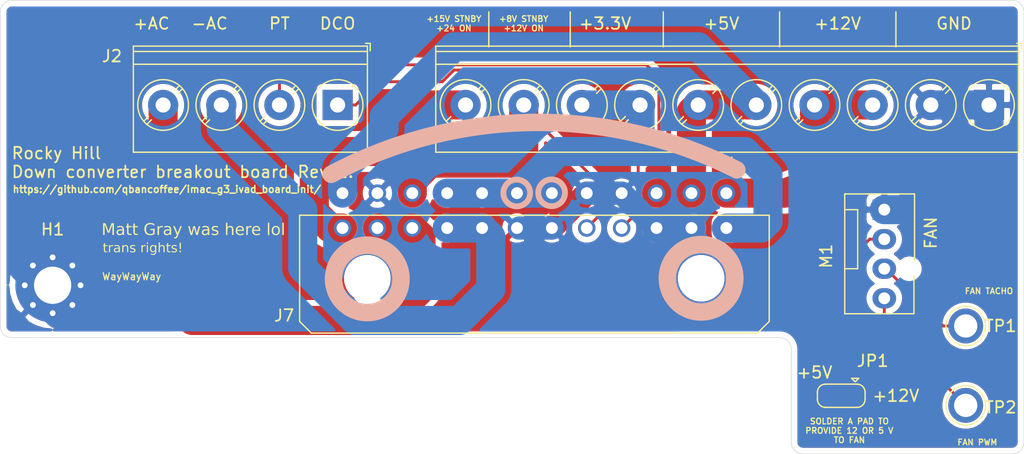
<source format=kicad_pcb>
(kicad_pcb (version 20240108) (generator "pcbnew") (generator_version "8.0")
  (title_block (title "Breakout board for the iMac G3 donw-converter board") (date "2020-03-22") (rev "1") (comment 4 "Rocky HIll"))
  (layers (0 "F.Cu" signal) (31 "B.Cu" signal) (34 "B.Paste" user) (35 "F.Paste" user) (36 "B.SilkS" user "B.Silkscreen") (37 "F.SilkS" user "F.Silkscreen") (38 "B.Mask" user) (39 "F.Mask" user) (44 "Edge.Cuts" user))
  (net 0 "")
  (net 1 "/GND")
  (net 2 "/+8V_STANDBY_+12V_ON")
  (net 3 "/+15V_STANDBY_+24V_ON")
  (net 4 "/+3.3V")
  (net 5 "/+5V")
  (net 6 "/+12V")
  (net 7 "/DCO")
  (net 8 "/PT")
  (net 9 "/-AC")
  (net 10 "/+AC")
  (net 11 "Net-(JP1-Pad2)")
  (net 12 "/TACHO")
  (net 13 "/PWM")
  (footprint "MountingHole:MountingHole_3.2mm_M3_Pad_Via" (layer "F.Cu") (at 92.962 85.19)
    (property "Reference" "H1" (at 0 -4.8 0) (layer "F.SilkS"))
    (property "Value" "MountingHole_Pad")
    (pad "1" thru_hole circle (at -2.4 0) (size 0.8 0.8) (drill 0.5) (layers "*.Cu" "*.Mask") (net 1 "/GND"))
    (pad "1" thru_hole circle (at -1.697056 -1.697056) (size 0.8 0.8) (drill 0.5) (layers "*.Cu" "*.Mask") (net 1 "/GND"))
    (pad "1" thru_hole circle (at -1.697056 1.697056) (size 0.8 0.8) (drill 0.5) (layers "*.Cu" "*.Mask") (net 1 "/GND"))
    (pad "1" thru_hole circle (at 0 -2.4) (size 0.8 0.8) (drill 0.5) (layers "*.Cu" "*.Mask") (net 1 "/GND"))
    (pad "1" thru_hole circle (at 0 0) (size 6.4 6.4) (drill 3.2) (layers "*.Cu" "*.Mask") (net 1 "/GND"))
    (pad "1" thru_hole circle (at 0 2.4) (size 0.8 0.8) (drill 0.5) (layers "*.Cu" "*.Mask") (net 1 "/GND"))
    (pad "1" thru_hole circle (at 1.697056 -1.697056) (size 0.8 0.8) (drill 0.5) (layers "*.Cu" "*.Mask") (net 1 "/GND"))
    (pad "1" thru_hole circle (at 1.697056 1.697056) (size 0.8 0.8) (drill 0.5) (layers "*.Cu" "*.Mask") (net 1 "/GND"))
    (pad "1" thru_hole circle (at 2.4 0) (size 0.8 0.8) (drill 0.5) (layers "*.Cu" "*.Mask") (net 1 "/GND"))
  )
  (footprint "Connector_Molex:Molex_Micro-Fit_3.0_43045-2400_2x12_P3.00mm_Horizontal" (layer "F.Cu") (at 150.882 80.27 180)
    (property "Reference" "J7" (at 38.02 -7.52 0) (layer "F.SilkS"))
    (property "Value" "Conn_02x12_Top_Bottom")
    (fp_line (start 36.685 1.1) (end -3.685 1.1) (stroke (width 0.12)) (layer "F.SilkS"))
    (fp_line (start 36.685 -8.03) (end 36.685 1.1) (stroke (width 0.12)) (layer "F.SilkS"))
    (fp_line (start 35.685 -9.03) (end 36.685 -8.03) (stroke (width 0.12)) (layer "F.SilkS"))
    (fp_line (start -2.685 -9.03) (end 35.685 -9.03) (stroke (width 0.12)) (layer "F.SilkS"))
    (fp_line (start -3.685 1.1) (end -3.685 -8.03) (stroke (width 0.12)) (layer "F.SilkS"))
    (fp_line (start -3.685 -8.03) (end -2.685 -9.03) (stroke (width 0.12)) (layer "F.SilkS"))
    (pad "" np_thru_hole circle (at 2.16 -4.32 180) (size 3 3) (drill 3) (layers "*.Cu" "*.Mask"))
    (pad "" np_thru_hole circle (at 30.86 -4.32 180) (size 3 3) (drill 3) (layers "*.Cu" "*.Mask"))
    (pad "1" thru_hole roundrect (at 0 0 180) (size 1.5 1.5) (drill 1.02) (layers "*.Cu" "*.Mask") (roundrect_rratio 0.166667) (net 4 "/+3.3V"))
    (pad "2" thru_hole circle (at 3 0 180) (size 1.5 1.5) (drill 1.02) (layers "*.Cu" "*.Mask") (net 1 "/GND"))
    (pad "3" thru_hole circle (at 6 0 180) (size 1.5 1.5) (drill 1.02) (layers "*.Cu" "*.Mask") (net 1 "/GND"))
    (pad "4" thru_hole circle (at 9 0 180) (size 1.5 1.5) (drill 1.02) (layers "*.Cu" "*.Mask") (net 8 "/PT"))
    (pad "5" thru_hole circle (at 12 0 180) (size 1.5 1.5) (drill 1.02) (layers "*.Cu" "*.Mask") (net 7 "/DCO"))
    (pad "6" thru_hole circle (at 15 0 180) (size 1.5 1.5) (drill 1.02) (layers "*.Cu" "*.Mask") (net 1 "/GND"))
    (pad "7" thru_hole circle (at 18 0 180) (size 1.5 1.5) (drill 1.02) (layers "*.Cu" "*.Mask") (net 1 "/GND"))
    (pad "8" thru_hole circle (at 21 0 180) (size 1.5 1.5) (drill 1.02) (layers "*.Cu" "*.Mask") (net 9 "/-AC"))
    (pad "9" thru_hole circle (at 24 0 180) (size 1.5 1.5) (drill 1.02) (layers "*.Cu" "*.Mask") (net 9 "/-AC"))
    (pad "10" thru_hole circle (at 27 0 180) (size 1.5 1.5) (drill 1.02) (layers "*.Cu" "*.Mask") (net 10 "/+AC"))
    (pad "11" thru_hole circle (at 30 0 180) (size 1.5 1.5) (drill 1.02) (layers "*.Cu" "*.Mask") (net 10 "/+AC"))
    (pad "12" thru_hole circle (at 33 0 180) (size 1.5 1.5) (drill 1.02) (layers "*.Cu" "*.Mask") (net 3 "/+15V_STANDBY_+24V_ON"))
    (pad "13" thru_hole circle (at 0 3 180) (size 1.5 1.5) (drill 1.02) (layers "*.Cu" "*.Mask") (net 6 "/+12V"))
    (pad "14" thru_hole circle (at 3 3 180) (size 1.5 1.5) (drill 1.02) (layers "*.Cu" "*.Mask") (net 5 "/+5V"))
    (pad "15" thru_hole circle (at 6 3 180) (size 1.5 1.5) (drill 1.02) (layers "*.Cu" "*.Mask") (net 5 "/+5V"))
    (pad "16" thru_hole circle (at 9 3 180) (size 1.5 1.5) (drill 1.02) (layers "*.Cu" "*.Mask") (net 1 "/GND"))
    (pad "17" thru_hole circle (at 12 3 180) (size 1.5 1.5) (drill 1.02) (layers "*.Cu" "*.Mask") (net 1 "/GND"))
    (pad "18" thru_hole circle (at 15 3 180) (size 1.5 1.5) (drill 1.02) (layers "*.Cu" "*.Mask") (net 4 "/+3.3V"))
    (pad "19" thru_hole circle (at 18 3 180) (size 1.5 1.5) (drill 1.02) (layers "*.Cu" "*.Mask") (net 4 "/+3.3V"))
    (pad "20" thru_hole circle (at 21 3 180) (size 1.5 1.5) (drill 1.02) (layers "*.Cu" "*.Mask") (net 4 "/+3.3V"))
    (pad "21" thru_hole circle (at 24 3 180) (size 1.5 1.5) (drill 1.02) (layers "*.Cu" "*.Mask") (net 4 "/+3.3V"))
    (pad "22" thru_hole circle (at 27 3 180) (size 1.5 1.5) (drill 1.02) (layers "*.Cu" "*.Mask") (net 2 "/+8V_STANDBY_+12V_ON"))
    (pad "23" thru_hole circle (at 30 3 180) (size 1.5 1.5) (drill 1.02) (layers "*.Cu" "*.Mask") (net 1 "/GND"))
    (pad "24" thru_hole circle (at 33 3 180) (size 1.5 1.5) (drill 1.02) (layers "*.Cu" "*.Mask") (net 5 "/+5V"))
  )
  (footprint "TerminalBlock_Phoenix:TerminalBlock_Phoenix_PT-1,5-4-5.0-H_1x04_P5.00mm_Horizontal" (layer "F.Cu") (at 117.462 69.69 180)
    (property "Reference" "J2" (at 19.4 4.2 0) (layer "F.SilkS"))
    (property "Value" "Screw_Terminal_01x04")
    (fp_line (start 17.561 -4.06) (end 17.561 5.06) (stroke (width 0.12)) (layer "F.SilkS"))
    (fp_line (start 16.654 -1.388) (end 16.259 -0.992) (stroke (width 0.12)) (layer "F.SilkS"))
    (fp_line (start 16.388 -1.654) (end 16.008 -1.274) (stroke (width 0.12)) (layer "F.SilkS"))
    (fp_line (start 13.993 1.274) (end 13.613 1.654) (stroke (width 0.12)) (layer "F.SilkS"))
    (fp_line (start 13.742 0.992) (end 13.347 1.388) (stroke (width 0.12)) (layer "F.SilkS"))
    (fp_line (start 11.654 -1.388) (end 11.259 -0.992) (stroke (width 0.12)) (layer "F.SilkS"))
    (fp_line (start 11.388 -1.654) (end 11.008 -1.274) (stroke (width 0.12)) (layer "F.SilkS"))
    (fp_line (start 8.993 1.274) (end 8.613 1.654) (stroke (width 0.12)) (layer "F.SilkS"))
    (fp_line (start 8.742 0.992) (end 8.347 1.388) (stroke (width 0.12)) (layer "F.SilkS"))
    (fp_line (start 6.654 -1.388) (end 6.259 -0.992) (stroke (width 0.12)) (layer "F.SilkS"))
    (fp_line (start 6.388 -1.654) (end 6.008 -1.274) (stroke (width 0.12)) (layer "F.SilkS"))
    (fp_line (start 3.993 1.274) (end 3.613 1.654) (stroke (width 0.12)) (layer "F.SilkS"))
    (fp_line (start 3.742 0.992) (end 3.347 1.388) (stroke (width 0.12)) (layer "F.SilkS"))
    (fp_line (start 1.654 -1.388) (end 1.547 -1.281) (stroke (width 0.12)) (layer "F.SilkS"))
    (fp_line (start 1.388 -1.654) (end 1.281 -1.547) (stroke (width 0.12)) (layer "F.SilkS"))
    (fp_line (start -1.282 1.547) (end -1.388 1.654) (stroke (width 0.12)) (layer "F.SilkS"))
    (fp_line (start -1.548 1.281) (end -1.654 1.388) (stroke (width 0.12)) (layer "F.SilkS"))
    (fp_line (start -2.56 5.06) (end 17.561 5.06) (stroke (width 0.12)) (layer "F.SilkS"))
    (fp_line (start -2.56 4.6) (end 17.561 4.6) (stroke (width 0.12)) (layer "F.SilkS"))
    (fp_line (start -2.56 3.5) (end 17.561 3.5) (stroke (width 0.12)) (layer "F.SilkS"))
    (fp_line (start -2.56 -4.06) (end 17.561 -4.06) (stroke (width 0.12)) (layer "F.SilkS"))
    (fp_line (start -2.56 -4.06) (end -2.56 5.06) (stroke (width 0.12)) (layer "F.SilkS"))
    (fp_line (start -2.8 5.3) (end -2.4 5.3) (stroke (width 0.12)) (layer "F.SilkS"))
    (fp_line (start -2.8 4.66) (end -2.8 5.3) (stroke (width 0.12)) (layer "F.SilkS"))
    (fp_circle (center 15 0) (end 17.18 0) (stroke (width 0.12)) (fill none) (layer "F.SilkS"))
    (fp_circle (center 10 0) (end 12.18 0) (stroke (width 0.12)) (fill none) (layer "F.SilkS"))
    (fp_circle (center 5 0) (end 7.18 0) (stroke (width 0.12)) (fill none) (layer "F.SilkS"))
    (fp_circle (center 0 0) (end 2.18 0) (stroke (width 0.12)) (fill none) (layer "F.SilkS"))
    (pad "1" thru_hole rect (at 0 0 180) (size 2.6 2.6) (drill 1.3) (layers "*.Cu" "*.Mask") (net 7 "/DCO"))
    (pad "2" thru_hole circle (at 5 0 180) (size 2.6 2.6) (drill 1.3) (layers "*.Cu" "*.Mask") (net 8 "/PT"))
    (pad "3" thru_hole circle (at 10 0 180) (size 2.6 2.6) (drill 1.3) (layers "*.Cu" "*.Mask") (net 9 "/-AC"))
    (pad "4" thru_hole circle (at 15 0 180) (size 2.6 2.6) (drill 1.3) (layers "*.Cu" "*.Mask") (net 10 "/+AC"))
  )
  (footprint "TerminalBlock_Phoenix:TerminalBlock_Phoenix_PT-1,5-10-5.0-H_1x10_P5.00mm_Horizontal" (layer "F.Cu") (at 173.462 69.69 180)
    (property "Reference" "J1" (at 22.5 -5.06 0) (layer "F.SilkS"))
    (property "Value" "Screw_Terminal_01x10")
    (fp_line (start 47.56 -4.06) (end 47.56 5.06) (stroke (width 0.12)) (layer "F.SilkS"))
    (fp_line (start 46.654 -1.388) (end 46.259 -0.992) (stroke (width 0.12)) (layer "F.SilkS"))
    (fp_line (start 46.388 -1.654) (end 46.008 -1.274) (stroke (width 0.12)) (layer "F.SilkS"))
    (fp_line (start 43.993 1.274) (end 43.613 1.654) (stroke (width 0.12)) (layer "F.SilkS"))
    (fp_line (start 43.742 0.992) (end 43.347 1.388) (stroke (width 0.12)) (layer "F.SilkS"))
    (fp_line (start 41.654 -1.388) (end 41.259 -0.992) (stroke (width 0.12)) (layer "F.SilkS"))
    (fp_line (start 41.388 -1.654) (end 41.008 -1.274) (stroke (width 0.12)) (layer "F.SilkS"))
    (fp_line (start 38.993 1.274) (end 38.613 1.654) (stroke (width 0.12)) (layer "F.SilkS"))
    (fp_line (start 38.742 0.992) (end 38.347 1.388) (stroke (width 0.12)) (layer "F.SilkS"))
    (fp_line (start 36.654 -1.388) (end 36.259 -0.992) (stroke (width 0.12)) (layer "F.SilkS"))
    (fp_line (start 36.388 -1.654) (end 36.008 -1.274) (stroke (width 0.12)) (layer "F.SilkS"))
    (fp_line (start 33.993 1.274) (end 33.613 1.654) (stroke (width 0.12)) (layer "F.SilkS"))
    (fp_line (start 33.742 0.992) (end 33.347 1.388) (stroke (width 0.12)) (layer "F.SilkS"))
    (fp_line (start 31.654 -1.388) (end 31.259 -0.992) (stroke (width 0.12)) (layer "F.SilkS"))
    (fp_line (start 31.388 -1.654) (end 31.008 -1.274) (stroke (width 0.12)) (layer "F.SilkS"))
    (fp_line (start 28.993 1.274) (end 28.613 1.654) (stroke (width 0.12)) (layer "F.SilkS"))
    (fp_line (start 28.742 0.992) (end 28.347 1.388) (stroke (width 0.12)) (layer "F.SilkS"))
    (fp_line (start 26.654 -1.388) (end 26.259 -0.992) (stroke (width 0.12)) (layer "F.SilkS"))
    (fp_line (start 26.388 -1.654) (end 26.008 -1.274) (stroke (width 0.12)) (layer "F.SilkS"))
    (fp_line (start 23.993 1.274) (end 23.613 1.654) (stroke (width 0.12)) (layer "F.SilkS"))
    (fp_line (start 23.742 0.992) (end 23.347 1.388) (stroke (width 0.12)) (layer "F.SilkS"))
    (fp_line (start 21.654 -1.388) (end 21.259 -0.992) (stroke (width 0.12)) (layer "F.SilkS"))
    (fp_line (start 21.388 -1.654) (end 21.008 -1.274) (stroke (width 0.12)) (layer "F.SilkS"))
    (fp_line (start 18.993 1.274) (end 18.613 1.654) (stroke (width 0.12)) (layer "F.SilkS"))
    (fp_line (start 18.742 0.992) (end 18.347 1.388) (stroke (width 0.12)) (layer "F.SilkS"))
    (fp_line (start 16.654 -1.388) (end 16.259 -0.992) (stroke (width 0.12)) (layer "F.SilkS"))
    (fp_line (start 16.388 -1.654) (end 16.008 -1.274) (stroke (width 0.12)) (layer "F.SilkS"))
    (fp_line (start 13.993 1.274) (end 13.613 1.654) (stroke (width 0.12)) (layer "F.SilkS"))
    (fp_line (start 13.742 0.992) (end 13.347 1.388) (stroke (width 0.12)) (layer "F.SilkS"))
    (fp_line (start 11.654 -1.388) (end 11.259 -0.992) (stroke (width 0.12)) (layer "F.SilkS"))
    (fp_line (start 11.388 -1.654) (end 11.008 -1.274) (stroke (width 0.12)) (layer "F.SilkS"))
    (fp_line (start 8.993 1.274) (end 8.613 1.654) (stroke (width 0.12)) (layer "F.SilkS"))
    (fp_line (start 8.742 0.992) (end 8.347 1.388) (stroke (width 0.12)) (layer "F.SilkS"))
    (fp_line (start 6.654 -1.388) (end 6.259 -0.992) (stroke (width 0.12)) (layer "F.SilkS"))
    (fp_line (start 6.388 -1.654) (end 6.008 -1.274) (stroke (width 0.12)) (layer "F.SilkS"))
    (fp_line (start 3.993 1.274) (end 3.613 1.654) (stroke (width 0.12)) (layer "F.SilkS"))
    (fp_line (start 3.742 0.992) (end 3.347 1.388) (stroke (width 0.12)) (layer "F.SilkS"))
    (fp_line (start 1.654 -1.388) (end 1.547 -1.281) (stroke (width 0.12)) (layer "F.SilkS"))
    (fp_line (start 1.388 -1.654) (end 1.281 -1.547) (stroke (width 0.12)) (layer "F.SilkS"))
    (fp_line (start -1.282 1.547) (end -1.388 1.654) (stroke (width 0.12)) (layer "F.SilkS"))
    (fp_line (start -1.548 1.281) (end -1.654 1.388) (stroke (width 0.12)) (layer "F.SilkS"))
    (fp_line (start -2.56 5.06) (end 47.56 5.06) (stroke (width 0.12)) (layer "F.SilkS"))
    (fp_line (start -2.56 4.6) (end 47.56 4.6) (stroke (width 0.12)) (layer "F.SilkS"))
    (fp_line (start -2.56 3.5) (end 47.56 3.5) (stroke (width 0.12)) (layer "F.SilkS"))
    (fp_line (start -2.56 -4.06) (end 47.56 -4.06) (stroke (width 0.12)) (layer "F.SilkS"))
    (fp_line (start -2.56 -4.06) (end -2.56 5.06) (stroke (width 0.12)) (layer "F.SilkS"))
    (fp_line (start -2.8 5.3) (end -2.4 5.3) (stroke (width 0.12)) (layer "F.SilkS"))
    (fp_line (start -2.8 4.66) (end -2.8 5.3) (stroke (width 0.12)) (layer "F.SilkS"))
    (fp_circle (center 45 0) (end 47.18 0) (stroke (width 0.12)) (fill none) (layer "F.SilkS"))
    (fp_circle (center 40 0) (end 42.18 0) (stroke (width 0.12)) (fill none) (layer "F.SilkS"))
    (fp_circle (center 35 0) (end 37.18 0) (stroke (width 0.12)) (fill none) (layer "F.SilkS"))
    (fp_circle (center 30 0) (end 32.18 0) (stroke (width 0.12)) (fill none) (layer "F.SilkS"))
    (fp_circle (center 25 0) (end 27.18 0) (stroke (width 0.12)) (fill none) (layer "F.SilkS"))
    (fp_circle (center 20 0) (end 22.18 0) (stroke (width 0.12)) (fill none) (layer "F.SilkS"))
    (fp_circle (center 15 0) (end 17.18 0) (stroke (width 0.12)) (fill none) (layer "F.SilkS"))
    (fp_circle (center 10 0) (end 12.18 0) (stroke (width 0.12)) (fill none) (layer "F.SilkS"))
    (fp_circle (center 5 0) (end 7.18 0) (stroke (width 0.12)) (fill none) (layer "F.SilkS"))
    (fp_circle (center 0 0) (end 2.18 0) (stroke (width 0.12)) (fill none) (layer "F.SilkS"))
    (pad "1" thru_hole rect (at 0 0 180) (size 2.6 2.6) (drill 1.3) (layers "*.Cu" "*.Mask") (net 1 "/GND"))
    (pad "2" thru_hole circle (at 5 0 180) (size 2.6 2.6) (drill 1.3) (layers "*.Cu" "*.Mask") (net 1 "/GND"))
    (pad "3" thru_hole circle (at 10 0 180) (size 2.6 2.6) (drill 1.3) (layers "*.Cu" "*.Mask") (net 6 "/+12V"))
    (pad "4" thru_hole circle (at 15 0 180) (size 2.6 2.6) (drill 1.3) (layers "*.Cu" "*.Mask") (net 6 "/+12V"))
    (pad "5" thru_hole circle (at 20 0 180) (size 2.6 2.6) (drill 1.3) (layers "*.Cu" "*.Mask") (net 5 "/+5V"))
    (pad "6" thru_hole circle (at 25 0 180) (size 2.6 2.6) (drill 1.3) (layers "*.Cu" "*.Mask") (net 5 "/+5V"))
    (pad "7" thru_hole circle (at 30 0 180) (size 2.6 2.6) (drill 1.3) (layers "*.Cu" "*.Mask") (net 4 "/+3.3V"))
    (pad "8" thru_hole circle (at 35 0 180) (size 2.6 2.6) (drill 1.3) (layers "*.Cu" "*.Mask") (net 4 "/+3.3V"))
    (pad "9" thru_hole circle (at 40 0 180) (size 2.6 2.6) (drill 1.3) (layers "*.Cu" "*.Mask") (net 2 "/+8V_STANDBY_+12V_ON"))
    (pad "10" thru_hole circle (at 45 0 180) (size 2.6 2.6) (drill 1.3) (layers "*.Cu" "*.Mask") (net 3 "/+15V_STANDBY_+24V_ON"))
  )
  (footprint "Jumper:SolderJumper-3_P1.3mm_Open_RoundedPad1.0x1.5mm" (layer "F.Cu") (at 160.762 94.69 180)
    (property "Reference" "JP1" (at -2.7 3 0) (layer "F.SilkS"))
    (property "Value" "SolderJumper_3_Open")
    (fp_line (start 2.05 -0.3) (end 2.05 0.3) (stroke (width 0.12)) (layer "F.SilkS"))
    (fp_line (start 1.4 1) (end -1.4 1) (stroke (width 0.12)) (layer "F.SilkS"))
    (fp_line (start -1.2 1.2) (end -0.9 1.5) (stroke (width 0.12)) (layer "F.SilkS"))
    (fp_line (start -1.2 1.2) (end -1.5 1.5) (stroke (width 0.12)) (layer "F.SilkS"))
    (fp_line (start -1.4 -1) (end 1.4 -1) (stroke (width 0.12)) (layer "F.SilkS"))
    (fp_line (start -1.5 1.5) (end -0.9 1.5) (stroke (width 0.12)) (layer "F.SilkS"))
    (fp_line (start -2.05 0.3) (end -2.05 -0.3) (stroke (width 0.12)) (layer "F.SilkS"))
    (fp_arc (start 2.05 0.3) (mid 1.844975 0.794975) (end 1.35 1) (stroke (width 0.12)) (layer "F.SilkS"))
    (fp_arc (start 1.35 -1) (mid 1.844975 -0.794975) (end 2.05 -0.3) (stroke (width 0.12)) (layer "F.SilkS"))
    (fp_arc (start -1.35 1) (mid -1.844975 0.794975) (end -2.05 0.3) (stroke (width 0.12)) (layer "F.SilkS"))
    (fp_arc (start -2.05 -0.3) (mid -1.844975 -0.794975) (end -1.35 -1) (stroke (width 0.12)) (layer "F.SilkS"))
    (pad "1" smd custom (at -1.3 0 180) (size 1 0.5) (layers "F.Cu" "F.Mask") (net 6 "/+12V") (options (clearance outline) (anchor rect)) (primitives (gr_circle (center 0 0.25) (end 0.5 0.25) (width 0) (fill yes)) (gr_circle (center 0 -0.25) (end 0.5 -0.25) (width 0) (fill yes)) (gr_poly (pts (xy 0.55 -0.75) (xy 0 -0.75) (xy 0 0.75) (xy 0.55 0.75)) (width 0) (fill yes))))
    (pad "2" smd rect (at 0 0 180) (size 1 1.5) (layers "F.Cu" "F.Mask") (net 11 "Net-(JP1-Pad2)"))
    (pad "3" smd custom (at 1.3 0 180) (size 1 0.5) (layers "F.Cu" "F.Mask") (net 5 "/+5V") (options (clearance outline) (anchor rect)) (primitives (gr_circle (center 0 0.25) (end 0.5 0.25) (width 0) (fill yes)) (gr_circle (center 0 -0.25) (end 0.5 -0.25) (width 0) (fill yes)) (gr_poly (pts (xy -0.55 -0.75) (xy 0 -0.75) (xy 0 0.75) (xy -0.55 0.75)) (width 0) (fill yes))))
  )
  (footprint "Connector:FanPinHeader_1x04_P2.54mm_Vertical" (layer "F.Cu") (at 164.462 78.69 -90)
    (property "Reference" "M1" (at 4 5 90) (layer "F.SilkS"))
    (property "Value" "Fan_Tacho_PWM")
    (fp_line (start -1.35 3.4) (end -1.35 -2.6) (stroke (width 0.12)) (layer "F.SilkS"))
    (fp_line (start 8.95 3.4) (end -1.35 3.4) (stroke (width 0.12)) (layer "F.SilkS"))
    (fp_line (start 0 3.3) (end 0 2.29) (stroke (width 0.12)) (layer "F.SilkS"))
    (fp_line (start 0 2.29) (end 5.08 2.29) (stroke (width 0.12)) (layer "F.SilkS"))
    (fp_line (start 5.08 2.29) (end 5.08 3.3) (stroke (width 0.12)) (layer "F.SilkS"))
    (fp_line (start 5.75 -2.55) (end 8.95 -2.55) (stroke (width 0.12)) (layer "F.SilkS"))
    (fp_line (start 8.95 -2.55) (end 8.95 3.4) (stroke (width 0.12)) (layer "F.SilkS"))
    (fp_line (start -1.35 -2.6) (end 4.4 -2.6) (stroke (width 0.12)) (layer "F.SilkS"))
    (pad "" np_thru_hole circle (at 5.08 -2.16) (size 1.1 1.1) (drill 1.1) (layers "*.Cu" "*.Mask"))
    (pad "1" thru_hole rect (at 0 0) (size 2.03 1.73) (drill 1.02) (layers "*.Cu" "*.Mask") (net 1 "/GND"))
    (pad "2" thru_hole oval (at 2.54 0) (size 2.03 1.73) (drill 1.02) (layers "*.Cu" "*.Mask") (net 11 "Net-(JP1-Pad2)"))
    (pad "3" thru_hole oval (at 5.08 0) (size 2.03 1.73) (drill 1.02) (layers "*.Cu" "*.Mask") (net 12 "/TACHO"))
    (pad "4" thru_hole oval (at 7.62 0) (size 2.03 1.73) (drill 1.02) (layers "*.Cu" "*.Mask") (net 13 "/PWM"))
  )
  (footprint "TestPoint:TestPoint_Plated_Hole_D2.0mm" (layer "F.Cu") (at 171.462 88.69)
    (property "Reference" "TP1" (at 3 0 0) (layer "F.SilkS"))
    (property "Value" "TestPoint")
    (fp_circle (center 0 0) (end 0 -1.7) (stroke (width 0.12)) (fill none) (layer "F.SilkS"))
    (pad "1" thru_hole circle (at 0 0) (size 3 3) (drill 2) (layers "*.Cu" "*.Mask") (net 12 "/TACHO"))
  )
  (footprint "TestPoint:TestPoint_Plated_Hole_D2.0mm" (layer "F.Cu") (at 171.462 95.515001)
    (property "Reference" "TP2" (at 3 0.174999 0) (layer "F.SilkS"))
    (property "Value" "TestPoint")
    (fp_circle (center 0 0) (end 0 -1.7) (stroke (width 0.12)) (fill none) (layer "F.SilkS"))
    (pad "1" thru_hole circle (at 0 0) (size 3 3) (drill 2) (layers "*.Cu" "*.Mask") (net 13 "/PWM"))
  )
  (gr_circle (center 148.712 84.59) (end 151.612 84.59) (stroke (width 1.5)) (fill none) (layer "B.SilkS"))
  (gr_circle (center 135.862 77.24) (end 137.012 77.24) (stroke (width 0.5)) (fill none) (layer "B.SilkS"))
  (gr_circle (center 120.012 84.64) (end 122.912 84.64) (stroke (width 1.5)) (fill none) (layer "B.SilkS"))
  (gr_circle (center 132.862 77.255923) (end 134.012 77.255923) (stroke (width 0.5)) (fill none) (layer "B.SilkS"))
  (gr_arc (start 116.910917 75.649665) (mid 134.299578 71.191425) (end 151.781493 75.268686) (stroke (width 1.5)) (layer "B.SilkS"))
  (gr_line (start 130.462 61.69) (end 130.462 64.69) (stroke (width 0.12)) (layer "F.SilkS"))
  (gr_line (start 145.462 61.69) (end 145.462 64.69) (stroke (width 0.12)) (layer "F.SilkS"))
  (gr_line (start 165.462 61.69) (end 165.462 64.69) (stroke (width 0.12)) (layer "F.SilkS"))
  (gr_line (start 155.462 61.69) (end 155.462 64.69) (stroke (width 0.12)) (layer "F.SilkS"))
  (gr_line (start 137.462 61.69) (end 137.462 64.69) (stroke (width 0.12)) (layer "F.SilkS"))
  (gr_line (start 91.462 60.69) (end 175.462 60.69) (stroke (width 0.05)) (layer "Edge.Cuts"))
  (gr_line (start 176.462 61.69) (end 176.462 98.69) (stroke (width 0.05)) (layer "Edge.Cuts"))
  (gr_line (start 175.462 99.69) (end 157.462 99.69) (stroke (width 0.05)) (layer "Edge.Cuts"))
  (gr_line (start 156.462 98.69) (end 156.462 90.69) (stroke (width 0.05)) (layer "Edge.Cuts"))
  (gr_line (start 155.462 89.69) (end 91.462 89.69) (stroke (width 0.05)) (layer "Edge.Cuts"))
  (gr_line (start 91.462 60.69) (end 89.462 60.69) (stroke (width 0.05)) (layer "Edge.Cuts"))
  (gr_line (start 88.462 61.69) (end 88.462 88.69) (stroke (width 0.05)) (layer "Edge.Cuts"))
  (gr_line (start 91.462 89.69) (end 89.462 89.69) (stroke (width 0.05)) (layer "Edge.Cuts"))
  (gr_arc (start 155.462 89.69) (mid 156.169107 89.982893) (end 156.462 90.69) (stroke (width 0.05)) (layer "Edge.Cuts"))
  (gr_arc (start 157.462 99.69) (mid 156.754893 99.397107) (end 156.462 98.69) (stroke (width 0.05)) (layer "Edge.Cuts"))
  (gr_arc (start 88.462 61.69) (mid 88.754893 60.982893) (end 89.462 60.69) (stroke (width 0.05)) (layer "Edge.Cuts"))
  (gr_arc (start 176.462 98.69) (mid 176.169107 99.397107) (end 175.462 99.69) (stroke (width 0.05)) (layer "Edge.Cuts"))
  (gr_arc (start 175.462 60.69) (mid 176.169107 60.982893) (end 176.462 61.69) (stroke (width 0.05)) (layer "Edge.Cuts"))
  (gr_arc (start 89.462 89.69) (mid 88.754893 89.397107) (end 88.462 88.69) (stroke (width 0.05)) (layer "Edge.Cuts"))
  (gr_text "FAN" (at 168.462 80.69 90) (layer "F.SilkS") (effects (font (size 1 1))))
  (gr_text "-AC" (at 106.462 62.69 0) (layer "F.SilkS") (effects (font (size 1 1))))
  (gr_text "+12V" (at 165.462 94.69 0) (layer "F.SilkS") (effects (font (size 1 1))))
  (gr_text "PT" (at 112.462 62.69 0) (layer "F.SilkS") (effects (font (size 1 1))))
  (gr_text "+12V" (at 160.462 62.69 0) (layer "F.SilkS") (effects (font (size 1 1))))
  (gr_text "+5V" (at 158.462 92.69 0) (layer "F.SilkS") (effects (font (size 1 1))))
  (gr_text "+15V STNBY\n+24 ON" (at 127.462 62.69 0) (layer "F.SilkS") (effects (font (size 0.5 0.5) (thickness 0.1))))
  (gr_text "+5V" (at 150.462 62.69 0) (layer "F.SilkS") (effects (font (size 1 1))))
  (gr_text "GND" (at 170.462 62.69 0) (layer "F.SilkS") (effects (font (size 1 1))))
  (gr_text "trans rights!" (at 97.262 82.49 0) (layer "F.SilkS") (effects (font (size 0.8 0.8)) (justify left bottom)))
  (gr_text "+3.3V" (at 140.462 62.69 0) (layer "F.SilkS") (effects (font (size 1 1))))
  (gr_text "DCO" (at 117.462 62.69 0) (layer "F.SilkS") (effects (font (size 1 1))))
  (gr_text "+AC" (at 101.462 62.69 0) (layer "F.SilkS") (effects (font (size 1 1))))
  (gr_text "FAN TACHO" (at 173.462 85.69 0) (layer "F.SilkS") (effects (font (size 0.5 0.5) (thickness 0.1))))
  (gr_text "+8V STNBY\n+12V ON" (at 133.462 62.69 0) (layer "F.SilkS") (effects (font (size 0.5 0.5) (thickness 0.1))))
  (gr_text "Rocky Hill\nDown converter breakout board Rev 1." (at 89.352 74.64 0) (layer "F.SilkS") (effects (font (size 1 1)) (justify left)))
  (gr_text "https://github.com/qbancoffee/imac_g3_ivad_board_init/" (at 89.462 77.29 0) (layer "F.SilkS") (effects (font (size 0.6 0.6) (thickness 0.125) (bold yes)) (justify left bottom)))
  (gr_text "Matt Gray was here lol" (at 97.162 81.04 0) (layer "F.SilkS") (effects (font (size 1 1)) (justify left bottom)))
  (gr_text "SOLDER A PAD TO\nPROVIDE 12 OR 5 V\nTO FAN" (at 161.462 97.69 0) (layer "F.SilkS") (effects (font (size 0.5 0.5) (thickness 0.1))))
  (gr_text "WayWayWay" (at 97.162 84.79 0) (layer "F.SilkS") (effects (font (size 0.6 0.6) (thickness 0.1) (bold yes)) (justify left bottom)))
  (gr_text "FAN PWM" (at 172.462 98.69 0) (layer "F.SilkS") (effects (font (size 0.5 0.5) (thickness 0.1))))
  (segment (start 92.962 85.19) (end 95.462 83.69) (width 2.5) (layer "F.Cu") (net 1))
  (segment (start 92.962 84.19) (end 94.462 82.69) (width 2.5) (layer "F.Cu") (net 1))
  (segment (start 138.882 77.27) (end 135.882 80.27) (width 2) (layer "F.Cu") (net 1))
  (segment (start 92.962 85.19) (end 92.962 80.19) (width 2.5) (layer "F.Cu") (net 1))
  (segment (start 92.962 84.19) (end 91.462 82.69) (width 2.5) (layer "F.Cu") (net 1))
  (segment (start 94.962 85.19) (end 96.462 86.69) (width 2.5) (layer "F.Cu") (net 1))
  (segment (start 92.962 85.19) (end 94.962 85.19) (width 2.5) (layer "F.Cu") (net 1))
  (segment (start 95.462 83.69) (end 95.962 85.19) (width 2.5) (layer "F.Cu") (net 1))
  (segment (start 92.962 85.19) (end 93.962 85.19) (width 2.5) (layer "F.Cu") (net 1))
  (segment (start 93.962 85.19) (end 95.462 83.69) (width 2.5) (layer "F.Cu") (net 1))
  (segment (start 91.462 82.69) (end 91.264944 82.887056) (width 2.5) (layer "F.Cu") (net 1))
  (segment (start 91.264944 82.887056) (end 90.462 83.69) (width 2.5) (layer "F.Cu") (net 1))
  (segment (start 92.962 85.19) (end 92.962 84.19) (width 2.5) (layer "F.Cu") (net 1))
  (segment (start 96.462 86.69) (end 95.462 87.69) (width 2.5) (layer "F.Cu") (net 1))
  (segment (start 164.462 78.69) (end 171.98699 78.69) (width 2.5) (layer "B.Cu") (net 1))
  (segment (start 168.462 69.69) (end 173.462 69.69) (width 2.5) (layer "B.Cu") (net 1))
  (segment (start 171.98699 78.69) (end 173.462 77.21499) (width 2.5) (layer "B.Cu") (net 1))
  (segment (start 92.962 85.19) (end 92.962 82.19) (width 2.5) (layer "B.Cu") (net 1))
  (segment (start 92.962 85.19) (end 94.962 85.19) (width 2.5) (layer "B.Cu") (net 1))
  (segment (start 94.962 85.19) (end 96.462 86.69) (width 2.5) (layer "B.Cu") (net 1))
  (segment (start 96.264944 86.887056) (end 94.659056 86.887056) (width 2.5) (layer "B.Cu") (net 1))
  (segment (start 94.462 82.69) (end 94.462 83.69) (width 2.5) (layer "B.Cu") (net 1))
  (segment (start 173.462 77.21499) (end 173.462 69.69) (width 2.5) (layer "B.Cu") (net 1))
  (segment (start 92.962 85.19) (end 91.962 85.19) (width 2.5) (layer "B.Cu") (net 1))
  (segment (start 91.462 82.69) (end 91.462 83.69) (width 2.5) (layer "B.Cu") (net 1))
  (segment (start 94.659056 86.887056) (end 92.962 85.19) (width 2.5) (layer "B.Cu") (net 1))
  (segment (start 92.962 86.19) (end 94.462 87.69) (width 2.5) (layer "B.Cu") (net 1))
  (segment (start 94.462 87.69) (end 99.462 87.69) (width 2.5) (layer "B.Cu") (net 1))
  (segment (start 92.962 85.19) (end 92.962 86.19) (width 2.5) (layer "B.Cu") (net 1))
  (segment (start 91.962 85.19) (end 90.462 83.69) (width 2.5) (layer "B.Cu") (net 1))
  (segment (start 96.462 83.69) (end 96.462 84.09) (width 2.5) (layer "B.Cu") (net 1))
  (segment (start 134.82134 80.27) (end 133.082009 80.27) (width 2) (layer "B.Cu") (net 1))
  (segment (start 94.962 85.19) (end 96.462 83.69) (width 2.5) (layer "B.Cu") (net 1))
  (segment (start 135.882 80.27) (end 134.82134 80.27) (width 2) (layer "B.Cu") (net 1))
  (segment (start 141.882 77.27) (end 144.882 80.27) (width 2) (layer "B.Cu") (net 1))
  (segment (start 147.882 80.27) (end 144.882 80.27) (width 2.5) (layer "B.Cu") (net 1))
  (segment (start 92.962 87.19) (end 93.462 87.69) (width 2.5) (layer "B.Cu") (net 1))
  (segment (start 91.462 83.69) (end 92.962 85.19) (width 2.5) (layer "B.Cu") (net 1))
  (segment (start 96.462 86.69) (end 96.264944 86.887056) (width 2.5) (layer "B.Cu") (net 1))
  (segment (start 92.962 85.19) (end 92.962 87.19) (width 2.5) (layer "B.Cu") (net 1))
  (segment (start 94.462 83.69) (end 92.962 85.19) (width 2.5) (layer "B.Cu") (net 1))
  (segment (start 138.882 77.27) (end 141.882 77.27) (width 2) (layer "B.Cu") (net 1))
  (segment (start 132.462 74.69) (end 133.462 73.69) (width 2.5) (layer "F.Cu") (net 2))
  (segment (start 123.882 77.27) (end 123.882 76.20934) (width 2.5) (layer "F.Cu") (net 2))
  (segment (start 133.462 73.69) (end 133.462 69.69) (width 2.5) (layer "F.Cu") (net 2))
  (segment (start 125.40134 74.69) (end 132.462 74.69) (width 2.5) (layer "F.Cu") (net 2))
  (segment (start 123.882 76.20934) (end 125.40134 74.69) (width 2.5) (layer "F.Cu") (net 2))
  (segment (start 117.882 80.27) (end 116.82134 80.27) (width 2.5) (layer "F.Cu") (net 3))
  (segment (start 115.462 78.91066) (end 115.462 75.69) (width 2.5) (layer "F.Cu") (net 3))
  (segment (start 121.462 73.69) (end 125.462 69.69) (width 2.5) (layer "F.Cu") (net 3))
  (segment (start 116.82134 80.27) (end 115.462 78.91066) (width 2.5) (layer "F.Cu") (net 3))
  (segment (start 125.462 69.69) (end 128.462 69.69) (width 2.5) (layer "F.Cu") (net 3))
  (segment (start 117.462 73.69) (end 121.462 73.69) (width 2.5) (layer "F.Cu") (net 3))
  (segment (start 115.462 75.69) (end 117.462 73.69) (width 2.5) (layer "F.Cu") (net 3))
  (segment (start 152.462 73.69) (end 154.462 75.69) (width 2.5) (layer "B.Cu") (net 4))
  (segment (start 136.462 73.69) (end 142.462 73.69) (width 2.5) (layer "B.Cu") (net 4))
  (segment (start 143.462 72.69) (end 142.462 73.69) (width 2.5) (layer "B.Cu") (net 4))
  (segment (start 154.462 79.69) (end 153.882 80.27) (width 2.5) (layer "B.Cu") (net 4))
  (segment (start 154.462 75.69) (end 154.462 79.69) (width 2.5) (layer "B.Cu") (net 4))
  (segment (start 132.882 77.27) (end 136.462 73.69) (width 2.5) (layer "B.Cu") (net 4))
  (segment (start 126.882 77.27) (end 135.882 77.27) (width 2.5) (layer "B.Cu") (net 4))
  (segment (start 133.462 76.69) (end 132.882 77.27) (width 2.5) (layer "B.Cu") (net 4))
  (segment (start 138.462 69.69) (end 143.462 69.69) (width 2.5) (layer "B.Cu") (net 4))
  (segment (start 153.882 80.27) (end 150.882 80.27) (width 2.5) (layer "B.Cu") (net 4))
  (segment (start 143.462 69.69) (end 143.462 72.69) (width 2.5) (layer "B.Cu") (net 4))
  (segment (start 142.462 73.69) (end 152.462 73.69) (width 2.5) (layer "B.Cu") (net 4))
  (segment (start 146.462 87.69) (end 147.462 88.69) (width 0.25) (layer "F.Cu") (net 5))
  (segment (start 158.462 88.69) (end 159.462 89.69) (width 0.25) (layer "F.Cu") (net 5))
  (segment (start 147.462 88.69) (end 158.462 88.69) (width 0.25) (layer "F.Cu") (net 5))
  (segment (start 159.462 89.69) (end 159.462 94.69) (width 0.25) (layer "F.Cu") (net 5))
  (segment (start 146.462 78.69) (end 146.462 87.69) (width 0.25) (layer "F.Cu") (net 5))
  (segment (start 147.882 70.27) (end 147.882 77.27) (width 2.5) (layer "F.Cu") (net 5))
  (segment (start 148.462 69.69) (end 147.882 70.27) (width 2.5) (layer "F.Cu") (net 5))
  (segment (start 147.882 77.27) (end 146.462 78.69) (width 0.25) (layer "F.Cu") (net 5))
  (segment (start 153.462 69.69) (end 148.462 69.69) (width 2.5) (layer "F.Cu") (net 5))
  (segment (start 144.882 77.27) (end 147.882 77.27) (width 2.5) (layer "F.Cu") (net 5))
  (segment (start 148.462 64.69) (end 153.462 69.69) (width 2.5) (layer "B.Cu") (net 5))
  (segment (start 117.882 75.27) (end 121.462 71.69) (width 2.5) (layer "B.Cu") (net 5))
  (segment (start 127.462 64.69) (end 148.462 64.69) (width 2.5) (layer "B.Cu") (net 5))
  (segment (start 121.462 71.69) (end 121.462 70.69) (width 2.5) (layer "B.Cu") (net 5))
  (segment (start 121.462 70.69) (end 127.462 64.69) (width 2.5) (layer "B.Cu") (net 5))
  (segment (start 117.882 77.27) (end 117.882 75.27) (width 2.5) (layer "B.Cu") (net 5))
  (segment (start 158.462 69.69) (end 158.462 74.69) (width 2.5) (layer "F.Cu") (net 6))
  (segment (start 158.462 69.69) (end 163.462 69.69) (width 2.5) (layer "F.Cu") (net 6))
  (segment (start 155.882 77.27) (end 150.882 77.27) (width 2.5) (layer "F.Cu") (net 6))
  (segment (start 162.462 93.542408) (end 162.462 88.69) (width 0.25) (layer "F.Cu") (net 6))
  (segment (start 162.462 88.69) (end 157.462 83.69) (width 0.25) (layer "F.Cu") (net 6))
  (segment (start 162.062 94.69) (end 162.062 93.942408) (width 0.25) (layer "F.Cu") (net 6))
  (segment (start 157.462 83.69) (end 157.462 76.69) (width 0.25) (layer "F.Cu") (net 6))
  (segment (start 157.462 76.69) (end 155.882 77.27) (width 2.5) (layer "F.Cu") (net 6))
  (segment (start 158.462 74.69) (end 157.462 76.69) (width 2.5) (layer "F.Cu") (net 6))
  (segment (start 162.062 93.942408) (end 162.462 93.542408) (width 0.25) (layer "F.Cu") (net 6))
  (segment (start 139.631999 79.520001) (end 138.882 80.27) (width 0.25) (layer "F.Cu") (net 7))
  (segment (start 127.462 66.69) (end 133.462 66.69) (width 0.25) (layer "F.Cu") (net 7))
  (segment (start 133.462 66.69) (end 135.462 68.69) (width 0.25) (layer "F.Cu") (net 7))
  (segment (start 135.462 71.976154) (end 140.207009 76.721163) (width 0.25) (layer "F.Cu") (net 7))
  (segment (start 126.462 67.69) (end 127.462 66.69) (width 0.25) (layer "F.Cu") (net 7))
  (segment (start 121.012 67.69) (end 126.462 67.69) (width 0.25) (layer "F.Cu") (net 7))
  (segment (start 117.462 69.69) (end 119.012 69.69) (width 0.25) (layer "F.Cu") (net 7))
  (segment (start 140.207009 78.944991) (end 139.631999 79.520001) (width 0.25) (layer "F.Cu") (net 7))
  (segment (start 140.207009 76.721163) (end 140.207009 78.944991) (width 0.25) (layer "F.Cu") (net 7))
  (segment (start 135.462 68.69) (end 135.462 71.976154) (width 0.25) (layer "F.Cu") (net 7))
  (segment (start 119.012 69.69) (end 121.012 67.69) (width 0.25) (layer "F.Cu") (net 7))
  (segment (start 143.30699 74.84501) (end 143.30699 78.84501) (width 0.25) (layer "F.Cu") (net 8))
  (segment (start 144.011991 66.239991) (end 145.087001 67.315001) (width 0.25) (layer "F.Cu") (net 8))
  (segment (start 112.462 67.851523) (end 114.073532 66.239991) (width 0.25) (layer "F.Cu") (net 8))
  (segment (start 145.087001 73.064999) (end 143.30699 74.84501) (width 0.25) (layer "F.Cu") (net 8))
  (segment (start 112.462 69.69) (end 112.462 67.851523) (width 0.25) (layer "F.Cu") (net 8))
  (segment (start 145.087001 67.315001) (end 145.087001 73.064999) (width 0.25) (layer "F.Cu") (net 8))
  (segment (start 142.631999 79.520001) (end 141.882 80.27) (width 0.25) (layer "F.Cu") (net 8))
  (segment (start 114.073532 66.239991) (end 144.011991 66.239991) (width 0.25) (layer "F.Cu") (net 8))
  (segment (start 143.30699 78.84501) (end 142.631999 79.520001) (width 0.25) (layer "F.Cu") (net 8))
  (segment (start 114.462 78.69) (end 107.462 71.69) (width 2.5) (layer "B.Cu") (net 9))
  (segment (start 118.98699 88.21499) (end 114.462 83.69) (width 2.5) (layer "B.Cu") (net 9))
  (segment (start 114.462 83.69) (end 114.462 78.69) (width 2.5) (layer "B.Cu") (net 9))
  (segment (start 130.631999 81.019999) (end 130.631999 85.520001) (width 2.5) (layer "B.Cu") (net 9))
  (segment (start 129.882 80.27) (end 130.631999 81.019999) (width 2.5) (layer "B.Cu") (net 9))
  (segment (start 126.882 80.27) (end 129.882 80.27) (width 2.5) (layer "B.Cu") (net 9))
  (segment (start 130.631999 85.520001) (end 127.93701 88.21499) (width 2.5) (layer "B.Cu") (net 9))
  (segment (start 107.462 71.69) (end 107.462 69.69) (width 2.5) (layer "B.Cu") (net 9))
  (segment (start 127.93701 88.21499) (end 118.98699 88.21499) (width 2.5) (layer "B.Cu") (net 9))
  (segment (start 123.882 80.27) (end 124.631999 81.019999) (width 2.5) (layer "F.Cu") (net 10))
  (segment (start 102.462 85.69) (end 102.462 69.69) (width 2.5) (layer "F.Cu") (net 10))
  (segment (start 124.631999 81.019999) (end 124.631999 85.520001) (width 2.5) (layer "F.Cu") (net 10))
  (segment (start 120.882 80.27) (end 123.882 80.27) (width 2.5) (layer "F.Cu") (net 10))
  (segment (start 121.93701 88.21499) (end 104.98699 88.21499) (width 2.5) (layer "F.Cu") (net 10))
  (segment (start 104.98699 88.21499) (end 102.462 85.69) (width 2.5) (layer "F.Cu") (net 10))
  (segment (start 124.631999 85.520001) (end 121.93701 88.21499) (width 2.5) (layer "F.Cu") (net 10))
  (segment (start 164.462 95.69) (end 163.12199 94.34999) (width 0.25) (layer "F.Cu") (net 11))
  (segment (start 163.12199 94.34999) (end 163.12199 88.34999) (width 0.25) (layer "F.Cu") (net 11))
  (segment (start 160.762 94.69) (end 160.762 95.69) (width 0.25) (layer "F.Cu") (net 11))
  (segment (start 160.462 85.69) (end 160.462 83.965) (width 0.25) (layer "F.Cu") (net 11))
  (segment (start 163.762 96.39) (end 164.462 95.69) (width 0.25) (layer "F.Cu") (net 11))
  (segment (start 163.12199 88.34999) (end 160.462 85.69) (width 0.25) (layer "F.Cu") (net 11))
  (segment (start 160.462 83.965) (end 163.197 81.23) (width 0.25) (layer "F.Cu") (net 11))
  (segment (start 160.762 95.69) (end 161.462 96.39) (width 0.25) (layer "F.Cu") (net 11))
  (segment (start 161.462 96.39) (end 163.762 96.39) (width 0.25) (layer "F.Cu") (net 11))
  (segment (start 163.197 81.23) (end 164.462 81.23) (width 0.25) (layer "F.Cu") (net 11))
  (segment (start 164.462 83.77) (end 164.612 83.77) (width 0.25) (layer "F.Cu") (net 12))
  (segment (start 169.532 88.69) (end 171.462 88.69) (width 0.25) (layer "F.Cu") (net 12))
  (segment (start 164.612 83.77) (end 169.532 88.69) (width 0.25) (layer "F.Cu") (net 12))
  (segment (start 164.462 86.31) (end 164.462 88.515001) (width 0.25) (layer "F.Cu") (net 13))
  (segment (start 164.462 88.515001) (end 171.462 95.515001) (width 0.25) (layer "F.Cu") (net 13))
  (zone (net 1) (net_name "/GND") (layer "F.Cu") (connect_pads (clearance 0.508)) (min_thickness 0.254) (fill yes (thermal_gap 0.508) (thermal_bridge_width 0.508))
    (polygon (pts (xy 176.462 99.69) (xy 156.462 99.69) (xy 156.462 89.69) (xy 88.462 89.69) (xy 88.462 60.69) (xy 176.462 60.69)))
  )
  (zone (net 1) (net_name "/GND") (layer "B.Cu") (connect_pads (clearance 0.508)) (min_thickness 0.254) (fill yes (thermal_gap 0.508) (thermal_bridge_width 0.508))
    (polygon (pts (xy 176.462 99.69) (xy 156.462 99.69) (xy 156.462 89.69) (xy 88.462 89.69) (xy 88.462 60.69) (xy 176.462 60.69)))
  )
)
</source>
